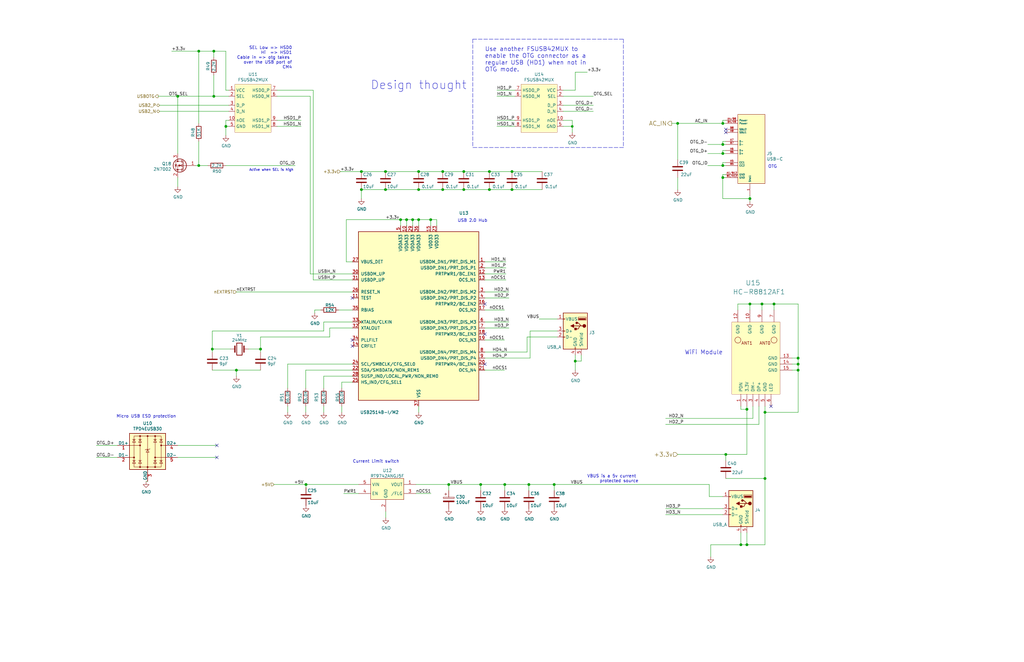
<source format=kicad_sch>
(kicad_sch (version 20211123) (generator eeschema)
  (paper "B")
  (title_block (title "ConnectBox CM4 for China Case") (date "2022-02-17") (rev "1.8.1") (comment 1 "JRA"))
  (lib_symbols
    (symbol "CM4IO:TPD4EUSB30" (pin_names (offset 0))
      (property "Reference" "U" (at -0.635 8.89 0))
      (property "Value" "TPD4EUSB30" (at 8.89 -10.16 0))
      (symbol "TPD4EUSB30_1_1"
        (pin passive line (at -12.7 2.54 0) (length 5.08) (name "D1+") (number "1"))
        (pin passive line (at -12.7 2.54 0) (length 5.08) hide (name "~") (number "10"))
        (pin passive line (at -12.7 -2.54 0) (length 5.08) (name "D1-") (number "2"))
        (pin power_in line (at 0 -12.7 90) (length 5.08) (name "GND") (number "3"))
        (pin passive line (at 12.7 2.54 180) (length 5.08) (name "D2+") (number "4"))
        (pin passive line (at 12.7 -2.54 180) (length 5.08) (name "D2-") (number "5"))
        (pin passive line (at 12.7 -2.54 180) (length 5.08) hide (name "~") (number "6"))
        (pin passive line (at 12.7 2.54 180) (length 5.08) hide (name "~") (number "7"))
        (pin passive line (at 0 -12.7 90) (length 5.08) hide (name "GND") (number "8"))
        (pin passive line (at -12.7 -2.54 0) (length 5.08) hide (name "~") (number "9"))
      )
    )
    (symbol "Connector:USB_A" (pin_names (offset 1.016))
      (property "Reference" "J" (at -5.08 11.43 0))
      (property "Value" "USB_A" (at -5.08 8.89 0))
      (symbol "USB_A_1_1"
        (pin power_in line (at 7.62 5.08 180) (length 2.54) (name "VBUS") (number "1"))
        (pin bidirectional line (at 7.62 -2.54 180) (length 2.54) (name "D-") (number "2"))
        (pin bidirectional line (at 7.62 0 180) (length 2.54) (name "D+") (number "3"))
        (pin power_in line (at 0 -10.16 90) (length 2.54) (name "GND") (number "4"))
        (pin passive line (at -2.54 -10.16 90) (length 2.54) (name "Shield") (number "5"))
      )
    )
    (symbol "Custom_1:FSUSB42MX"
      (property "Reference" "U13" (at 1.27 23.241 0))
      (property "Value" "FSUSB42MX" (at 1.27 20.9296 0))
      (symbol "FSUSB42MX_0_0"
        (pin power_in line (at 8.89 16.51 180) (length 2.54) (name "VCC") (number "1"))
        (pin input line (at 8.89 3.81 180) (length 2.54) (name "nOE") (number "10"))
        (pin input line (at 8.89 13.97 180) (length 2.54) (name "SEL") (number "2"))
        (pin bidirectional line (at 8.89 10.16 180) (length 2.54) (name "D_P") (number "3"))
        (pin bidirectional line (at 8.89 7.62 180) (length 2.54) (name "D_N") (number "4"))
        (pin power_in line (at 8.89 1.27 180) (length 2.54) (name "GND") (number "5"))
        (pin bidirectional line (at -11.43 13.97 0) (length 2.54) (name "HSD0_M") (number "6"))
        (pin bidirectional line (at -11.43 16.51 0) (length 2.54) (name "HSD0_P") (number "7"))
        (pin bidirectional line (at -11.43 1.27 0) (length 2.54) (name "HSD1_M") (number "8"))
        (pin bidirectional line (at -11.43 3.81 0) (length 2.54) (name "HSD1_P") (number "9"))
      )
    )
    (symbol "Custom_1:HC-R8812AU2" (pin_names (offset 1.016))
      (property "Reference" "U" (at -26.67 19.05 0))
      (property "Value" "HC-R8812AU2" (at -33.02 12.7 0))
      (symbol "HC-R8812AU2_0_0"
        (text "ANT0" (at -3.81 21.59 0) (effects (font (size 1.27 1.27))))
        (text "ANT1" (at -11.43 21.59 0) (effects (font (size 1.27 1.27))))
      )
      (symbol "HC-R8812AU2_1_1"
        (pin input line (at -13.97 -5.08 90) (length 5.08) (name "PDN") (number "1"))
        (pin input line (at -10.16 35.56 270) (length 5.08) (name "GND") (number "10"))
        (pin input line (at -15.24 35.56 270) (length 5.08) (name "GND") (number "12"))
        (pin input line (at 7.62 15.24 180) (length 5.08) (name "GND") (number "13"))
        (pin input line (at 7.62 12.7 180) (length 5.08) (name "GND") (number "14"))
        (pin input line (at 7.62 10.16 180) (length 5.08) (name "GND") (number "15"))
        (pin input line (at -11.43 -5.08 90) (length 5.08) (name "3.3V") (number "2"))
        (pin input line (at -8.89 -5.08 90) (length 5.08) (name "DM-") (number "3"))
        (pin input line (at -6.35 -5.08 90) (length 5.08) (name "DP+") (number "4"))
        (pin input line (at -3.81 -5.08 90) (length 5.08) (name "GND") (number "5"))
        (pin input line (at -1.27 -5.08 90) (length 5.08) (name "LED") (number "6"))
        (pin input line (at 0 35.56 270) (length 5.08) (name "GND") (number "7"))
        (pin input line (at -5.08 35.56 270) (length 5.08) (name "GND") (number "9"))
      )
    )
    (symbol "Custom_1:T9742ANGJ5F"
      (property "Reference" "U" (at -2.54 13.97 0))
      (property "Value" "T9742ANGJ5F" (at 2.54 11.43 0))
      (symbol "T9742ANGJ5F_1_1"
        (pin power_out line (at 11.43 6.35 180) (length 5.08) (name "VOUT") (number "1"))
        (pin input line (at -1.27 -5.08 90) (length 5.08) (name "GND") (number "2"))
        (pin input line (at 11.43 2.54 180) (length 5.08) (name "/FLG") (number "3"))
        (pin input line (at -12.7 2.54 0) (length 5.08) (name "EN") (number "4"))
        (pin input line (at -12.7 6.35 0) (length 5.08) (name "VIN") (number "5"))
      )
    )
    (symbol "Custom_1:USB-C"
      (property "Reference" "P" (at -2.54 17.78 0))
      (property "Value" "USB-C" (at -10.16 -7.62 0))
      (symbol "USB-C_1_1"
        (pin input line (at 1.27 -17.78 90) (length 5.08) (name "Shell") (number "1"))
        (pin input line (at 11.43 -8.89 180) (length 5.08) (name "GND") (number "A1/B12"))
        (pin input line (at 11.43 13.97 180) (length 5.08) (name "Power") (number "A4/B9"))
        (pin input line (at 11.43 -3.81 180) (length 5.08) (name "CC1") (number "A5"))
        (pin input line (at 11.43 1.27 180) (length 5.08) (name "D+") (number "A6"))
        (pin input line (at 11.43 5.08 180) (length 5.08) (name "D-") (number "A7"))
        (pin input line (at 11.43 8.89 180) (length 5.08) (name "SBU1") (number "A8"))
        (pin input line (at 11.43 -10.16 180) (length 5.08) (name "GND") (number "B1/A12"))
        (pin input line (at 11.43 12.7 180) (length 5.08) (name "Power") (number "B4/A9"))
        (pin input line (at 11.43 -5.08 180) (length 5.08) (name "CC2") (number "B5"))
        (pin input line (at 11.43 0 180) (length 5.08) (name "D+") (number "B6"))
        (pin input line (at 11.43 3.81 180) (length 5.08) (name "D-") (number "B7"))
        (pin input line (at 11.43 10.16 180) (length 5.08) (name "SBU2") (number "B8"))
      )
    )
    (symbol "Device:C" (pin_numbers hide) (pin_names (offset 0.254))
      (property "Reference" "C" (at 0.635 2.54 0))
      (property "Value" "C" (at 0.635 -2.54 0))
      (symbol "C_1_1"
        (pin passive line (at 0 3.81 270) (length 2.794) (name "~") (number "1"))
        (pin passive line (at 0 -3.81 90) (length 2.794) (name "~") (number "2"))
      )
    )
    (symbol "Device:CP" (pin_numbers hide) (pin_names (offset 0.254))
      (property "Reference" "C" (at 0.635 2.54 0))
      (property "Value" "CP" (at 0.635 -2.54 0))
      (symbol "CP_1_1"
        (pin passive line (at 0 3.81 270) (length 2.794) (name "~") (number "1"))
        (pin passive line (at 0 -3.81 90) (length 2.794) (name "~") (number "2"))
      )
    )
    (symbol "Device:Crystal" (pin_numbers hide) (pin_names (offset 1.016) hide)
      (property "Reference" "Y" (at 0 3.81 0))
      (property "Value" "Crystal" (at 0 -3.81 0))
      (symbol "Crystal_1_1"
        (pin passive line (at -3.81 0 0) (length 1.27) (name "1") (number "1"))
        (pin passive line (at 3.81 0 180) (length 1.27) (name "2") (number "2"))
      )
    )
    (symbol "Device:Q_NMOS_GSD" (pin_names (offset 0) hide)
      (property "Reference" "Q" (at 5.08 1.27 0))
      (property "Value" "Q_NMOS_GSD" (at 5.08 -1.27 0))
      (symbol "Q_NMOS_GSD_1_1"
        (pin input line (at -5.08 0 0) (length 2.54) (name "G") (number "1"))
        (pin passive line (at 2.54 -5.08 90) (length 2.54) (name "S") (number "2"))
        (pin passive line (at 2.54 5.08 270) (length 2.54) (name "D") (number "3"))
      )
    )
    (symbol "Device:R" (pin_numbers hide) (pin_names (offset 0))
      (property "Reference" "R" (at 2.032 0 90))
      (property "Value" "R" (at 0 0 90))
      (symbol "R_1_1"
        (pin passive line (at 0 3.81 270) (length 1.27) (name "~") (number "1"))
        (pin passive line (at 0 -3.81 90) (length 1.27) (name "~") (number "2"))
      )
    )
    (symbol "Interface_USB:USB2514B_Bi" (pin_names (offset 1.016))
      (property "Reference" "U" (at -17.78 40.64 0))
      (property "Value" "USB2514B_Bi" (at -20.32 38.1 0))
      (symbol "USB2514B_Bi_1_1"
        (pin bidirectional line (at 27.94 22.86 180) (length 2.54) (name "USBDM_DN1/PRT_DIS_M1") (number "1"))
        (pin power_in line (at -5.08 38.1 270) (length 2.54) (name "VDDA33") (number "10"))
        (pin input line (at -27.94 7.62 0) (length 2.54) (name "TEST") (number "11"))
        (pin bidirectional line (at 27.94 17.78 180) (length 2.54) (name "PRTPWR1/BC_EN1") (number "12"))
        (pin input line (at 27.94 15.24 180) (length 2.54) (name "OCS_N1") (number "13"))
        (pin input line (at -27.94 -12.7 0) (length 2.54) (name "CRFILT") (number "14"))
        (pin power_in line (at 5.08 38.1 270) (length 2.54) (name "VDD33") (number "15"))
        (pin bidirectional line (at 27.94 5.08 180) (length 2.54) (name "PRTPWR2/BC_EN2") (number "16"))
        (pin input line (at 27.94 2.54 180) (length 2.54) (name "OCS_N2") (number "17"))
        (pin bidirectional line (at 27.94 -7.62 180) (length 2.54) (name "PRTPWR3/BC_EN3") (number "18"))
        (pin input line (at 27.94 -10.16 180) (length 2.54) (name "OCS_N3") (number "19"))
        (pin bidirectional line (at 27.94 20.32 180) (length 2.54) (name "USBDP_DN1/PRT_DIS_P1") (number "2"))
        (pin bidirectional line (at 27.94 -20.32 180) (length 2.54) (name "PRTPWR4/BC_EN4") (number "20"))
        (pin input line (at 27.94 -22.86 180) (length 2.54) (name "OCS_N4") (number "21"))
        (pin bidirectional line (at -27.94 -22.86 0) (length 2.54) (name "SDA/SMBDATA/NON_REM1") (number "22"))
        (pin power_in line (at 7.62 38.1 270) (length 2.54) (name "VDD33") (number "23"))
        (pin bidirectional line (at -27.94 -20.32 0) (length 2.54) (name "SCL/SMBCLK/CFG_SEL0") (number "24"))
        (pin bidirectional line (at -27.94 -27.94 0) (length 2.54) (name "HS_IND/CFG_SEL1") (number "25"))
        (pin input line (at -27.94 10.16 0) (length 2.54) (name "RESET_N") (number "26"))
        (pin input line (at -27.94 22.86 0) (length 2.54) (name "VBUS_DET") (number "27"))
        (pin bidirectional line (at -27.94 -25.4 0) (length 2.54) (name "SUSP_IND/LOCAL_PWR/NON_REM0") (number "28"))
        (pin power_in line (at -2.54 38.1 270) (length 2.54) (name "VDDA33") (number "29"))
        (pin bidirectional line (at 27.94 10.16 180) (length 2.54) (name "USBDM_DN2/PRT_DIS_M2") (number "3"))
        (pin bidirectional line (at -27.94 17.78 0) (length 2.54) (name "USBDM_UP") (number "30"))
        (pin bidirectional line (at -27.94 15.24 0) (length 2.54) (name "USBDP_UP") (number "31"))
        (pin output line (at -27.94 -5.08 0) (length 2.54) (name "XTALOUT") (number "32"))
        (pin input clock (at -27.94 -2.54 0) (length 2.54) (name "XTALIN/CLKIN") (number "33"))
        (pin input line (at -27.94 -10.16 0) (length 2.54) (name "PLLFILT") (number "34"))
        (pin input line (at -27.94 2.54 0) (length 2.54) (name "RBIAS") (number "35"))
        (pin power_in line (at 0 38.1 270) (length 2.54) (name "VDDA33") (number "36"))
        (pin power_in line (at 0 -38.1 90) (length 2.54) (name "VSS") (number "37"))
        (pin bidirectional line (at 27.94 7.62 180) (length 2.54) (name "USBDP_DN2/PRT_DIS_P2") (number "4"))
        (pin power_in line (at -7.62 38.1 270) (length 2.54) (name "VDDA33") (number "5"))
        (pin bidirectional line (at 27.94 -2.54 180) (length 2.54) (name "USBDM_DN3/PRT_DIS_M3") (number "6"))
        (pin bidirectional line (at 27.94 -5.08 180) (length 2.54) (name "USBDP_DN3/PRT_DIS_P3") (number "7"))
        (pin bidirectional line (at 27.94 -15.24 180) (length 2.54) (name "USBDM_DN4/PRT_DIS_M4") (number "8"))
        (pin bidirectional line (at 27.94 -17.78 180) (length 2.54) (name "USBDP_DN4/PRT_DIS_P4") (number "9"))
      )
    )
    (symbol "power:GND" (power) (pin_names (offset 0))
      (property "Value" "GND" (at 0 -3.81 0))
      (symbol "GND_1_1"
        (pin power_in line (at 0 0 270) (length 0) hide (name "GND") (number "1"))
      )
    )
  )
  (junction (at 90.17 40.64) (diameter 1.016))
  (junction (at 241.3 53.34))
  (junction (at 168.91 92.71) (diameter 1.016))
  (junction (at 186.69 72.39) (diameter 1.016))
  (junction (at 304.8 64.77) (diameter 1.016))
  (junction (at 176.53 92.71) (diameter 1.016))
  (junction (at 90.17 21.59) (diameter 1.016))
  (junction (at 173.99 92.71) (diameter 1.016))
  (junction (at 181.61 92.71) (diameter 1.016))
  (junction (at 321.31 128.27) (diameter 1.016))
  (junction (at 233.68 204.47) (diameter 1.016))
  (junction (at 304.8 69.85) (diameter 1.016))
  (junction (at 99.695 156.21) (diameter 1.016))
  (junction (at 304.8 74.93) (diameter 1.016))
  (junction (at 202.692 204.47) (diameter 1.016))
  (junction (at 83.82 21.59) (diameter 1.016))
  (junction (at 314.96 229.87) (diameter 1.016))
  (junction (at 171.45 92.71) (diameter 1.016))
  (junction (at 322.58 201.93) (diameter 1.016))
  (junction (at 206.375 72.39) (diameter 1.016))
  (junction (at 223.012 204.47) (diameter 1.016))
  (junction (at 316.23 128.27) (diameter 1.016))
  (junction (at 336.55 156.21) (diameter 1.016))
  (junction (at 326.39 128.27) (diameter 1.016))
  (junction (at 336.55 151.13) (diameter 1.016))
  (junction (at 162.56 80.01) (diameter 1.016))
  (junction (at 322.58 173.99) (diameter 1.016))
  (junction (at 304.8 60.96) (diameter 1.016))
  (junction (at 195.58 80.01) (diameter 1.016))
  (junction (at 189.23 204.47) (diameter 1.016))
  (junction (at 215.9 72.39) (diameter 1.016))
  (junction (at 314.96 172.72) (diameter 1.016))
  (junction (at 152.4 80.01) (diameter 1.016))
  (junction (at 242.57 152.4) (diameter 1.016))
  (junction (at 74.93 40.64) (diameter 1.016))
  (junction (at 206.375 80.01) (diameter 1.016))
  (junction (at 162.56 72.39) (diameter 1.016))
  (junction (at 285.75 52.07) (diameter 1.016))
  (junction (at 186.69 80.01) (diameter 1.016))
  (junction (at 212.852 204.47) (diameter 1.016))
  (junction (at 195.58 72.39) (diameter 1.016))
  (junction (at 215.9 80.01) (diameter 1.016))
  (junction (at 312.42 229.87) (diameter 1.016))
  (junction (at 109.855 147.32) (diameter 1.016))
  (junction (at 95.25 53.34) (diameter 1.016))
  (junction (at 176.53 80.01) (diameter 1.016))
  (junction (at 129.032 204.47) (diameter 1.016))
  (junction (at 304.8 52.07) (diameter 1.016))
  (junction (at 316.23 83.82) (diameter 1.016))
  (junction (at 306.07 191.77) (diameter 1.016))
  (junction (at 152.4 72.39) (diameter 1.016))
  (junction (at 336.55 153.67) (diameter 1.016))
  (junction (at 83.82 69.85) (diameter 1.016))
  (junction (at 176.53 72.39) (diameter 1.016))
  (junction (at 89.535 147.32) (diameter 1.016))
  (no_connect (at 325.12 171.45))
  (no_connect (at 306.07 55.88))
  (no_connect (at 91.44 187.96))
  (no_connect (at 91.44 193.04))
  (no_connect (at 148.59 143.51))
  (no_connect (at 148.59 125.73))
  (no_connect (at 306.07 54.61))
  (no_connect (at 204.47 128.27))
  (no_connect (at 204.47 140.97))
  (no_connect (at 204.47 153.67))
  (no_connect (at 148.59 146.05))
  (wire (pts (xy 298.45 64.77) (xy 304.8 64.77)))
  (wire (pts (xy 144.145 171.45) (xy 144.145 173.99)))
  (wire (pts (xy 89.535 139.7) (xy 89.535 147.32)))
  (wire (pts (xy 144.145 161.29) (xy 148.59 161.29)))
  (wire (pts (xy 280.67 179.07) (xy 320.04 179.07)))
  (wire (pts (xy 320.04 171.45) (xy 320.04 179.07)))
  (polyline (pts (xy 262.89 62.23) (xy 199.39 62.23)))
  (wire (pts (xy 306.07 52.07) (xy 304.8 52.07)))
  (wire (pts (xy 223.012 204.47) (xy 223.012 207.01)))
  (wire (pts (xy 128.905 171.45) (xy 128.905 173.99)))
  (wire (pts (xy 299.085 209.55) (xy 299.085 204.47)))
  (wire (pts (xy 306.07 73.66) (xy 304.8 73.66)))
  (wire (pts (xy 242.57 149.86) (xy 242.57 152.4)))
  (wire (pts (xy 242.57 152.4) (xy 242.57 156.21)))
  (wire (pts (xy 306.07 191.77) (xy 314.96 191.77)))
  (wire (pts (xy 136.525 158.75) (xy 148.59 158.75)))
  (wire (pts (xy 204.47 143.51) (xy 212.725 143.51)))
  (wire (pts (xy 202.692 204.47) (xy 212.852 204.47)))
  (wire (pts (xy 204.47 138.43) (xy 214.63 138.43)))
  (wire (pts (xy 312.42 229.87) (xy 314.96 229.87)))
  (wire (pts (xy 314.96 229.87) (xy 322.58 229.87)))
  (wire (pts (xy 336.55 153.67) (xy 336.55 151.13)))
  (wire (pts (xy 128.905 163.83) (xy 128.905 156.21)))
  (wire (pts (xy 242.57 38.1) (xy 242.57 30.48)))
  (wire (pts (xy 326.39 130.81) (xy 326.39 128.27)))
  (wire (pts (xy 128.905 156.21) (xy 148.59 156.21)))
  (wire (pts (xy 209.55 40.64) (xy 217.17 40.64)))
  (wire (pts (xy 321.31 128.27) (xy 321.31 130.81)))
  (wire (pts (xy 204.47 125.73) (xy 214.63 125.73)))
  (wire (pts (xy 314.96 172.72) (xy 314.96 191.77)))
  (wire (pts (xy 326.39 128.27) (xy 321.31 128.27)))
  (wire (pts (xy 222.25 142.24) (xy 234.95 142.24)))
  (wire (pts (xy 222.25 148.59) (xy 222.25 142.24)))
  (wire (pts (xy 168.91 92.71) (xy 171.45 92.71)))
  (wire (pts (xy 171.45 92.71) (xy 173.99 92.71)))
  (wire (pts (xy 173.99 92.71) (xy 176.53 92.71)))
  (wire (pts (xy 176.53 92.71) (xy 181.61 92.71)))
  (wire (pts (xy 181.61 92.71) (xy 184.15 92.71)))
  (wire (pts (xy 184.15 92.71) (xy 184.15 95.25)))
  (wire (pts (xy 62.23 203.2) (xy 61.595 203.2)))
  (wire (pts (xy 40.64 187.96) (xy 49.53 187.96)))
  (wire (pts (xy 129.032 204.47) (xy 151.257 204.47)))
  (wire (pts (xy 136.525 171.45) (xy 136.525 173.99)))
  (wire (pts (xy 121.285 153.67) (xy 148.59 153.67)))
  (wire (pts (xy 104.775 147.32) (xy 109.855 147.32)))
  (wire (pts (xy 237.49 44.45) (xy 250.19 44.45)))
  (wire (pts (xy 67.31 46.99) (xy 96.52 46.99)))
  (wire (pts (xy 298.45 69.85) (xy 304.8 69.85)))
  (wire (pts (xy 139.065 142.24) (xy 109.855 142.24)))
  (wire (pts (xy 204.47 118.11) (xy 213.36 118.11)))
  (wire (pts (xy 116.84 53.34) (xy 127 53.34)))
  (wire (pts (xy 280.67 217.17) (xy 304.8 217.17)))
  (wire (pts (xy 304.8 68.58) (xy 304.8 69.85)))
  (wire (pts (xy 298.45 60.96) (xy 304.8 60.96)))
  (wire (pts (xy 171.45 92.71) (xy 171.45 95.25)))
  (wire (pts (xy 306.07 74.93) (xy 304.8 74.93)))
  (wire (pts (xy 285.75 52.07) (xy 285.75 67.31)))
  (wire (pts (xy 209.55 50.8) (xy 217.17 50.8)))
  (wire (pts (xy 175.387 204.47) (xy 189.23 204.47)))
  (wire (pts (xy 99.695 123.19) (xy 148.59 123.19)))
  (wire (pts (xy 237.49 40.64) (xy 250.19 40.64)))
  (wire (pts (xy 223.52 139.7) (xy 223.52 151.13)))
  (wire (pts (xy 234.95 139.7) (xy 223.52 139.7)))
  (wire (pts (xy 144.145 163.83) (xy 144.145 161.29)))
  (wire (pts (xy 336.55 173.99) (xy 336.55 156.21)))
  (wire (pts (xy 162.687 215.9) (xy 162.687 218.44)))
  (wire (pts (xy 304.8 63.5) (xy 306.07 63.5)))
  (polyline (pts (xy 199.39 16.51) (xy 262.89 16.51)))
  (wire (pts (xy 90.17 21.59) (xy 90.17 24.13)))
  (wire (pts (xy 204.47 148.59) (xy 222.25 148.59)))
  (wire (pts (xy 148.59 138.43) (xy 139.065 138.43)))
  (wire (pts (xy 67.31 44.45) (xy 96.52 44.45)))
  (wire (pts (xy 82.55 69.85) (xy 83.82 69.85)))
  (wire (pts (xy 83.82 69.85) (xy 83.82 59.69)))
  (wire (pts (xy 89.535 148.59) (xy 89.535 147.32)))
  (wire (pts (xy 314.96 224.79) (xy 314.96 229.87)))
  (wire (pts (xy 283.21 52.07) (xy 285.75 52.07)))
  (wire (pts (xy 285.75 52.07) (xy 304.8 52.07)))
  (wire (pts (xy 148.59 110.49) (xy 146.05 110.49)))
  (wire (pts (xy 212.852 204.47) (xy 223.012 204.47)))
  (wire (pts (xy 144.907 208.28) (xy 151.257 208.28)))
  (wire (pts (xy 209.55 53.34) (xy 217.17 53.34)))
  (wire (pts (xy 90.17 31.75) (xy 90.17 40.64)))
  (wire (pts (xy 116.84 38.1) (xy 132.08 38.1)))
  (wire (pts (xy 241.3 53.34) (xy 241.3 55.88)))
  (wire (pts (xy 129.032 205.74) (xy 129.032 204.47)))
  (wire (pts (xy 306.07 191.77) (xy 306.07 194.31)))
  (wire (pts (xy 136.525 139.7) (xy 89.535 139.7)))
  (wire (pts (xy 322.58 173.99) (xy 322.58 201.93)))
  (wire (pts (xy 237.49 50.8) (xy 241.3 50.8)))
  (wire (pts (xy 304.8 52.07) (xy 304.8 50.8)))
  (wire (pts (xy 316.23 83.82) (xy 316.23 85.09)))
  (wire (pts (xy 130.81 40.64) (xy 130.81 115.57)))
  (wire (pts (xy 146.05 110.49) (xy 146.05 92.71)))
  (wire (pts (xy 322.58 171.45) (xy 322.58 173.99)))
  (wire (pts (xy 285.75 74.93) (xy 285.75 80.01)))
  (wire (pts (xy 204.47 113.03) (xy 213.36 113.03)))
  (wire (pts (xy 181.61 92.71) (xy 181.61 95.25)))
  (wire (pts (xy 40.64 193.04) (xy 49.53 193.04)))
  (wire (pts (xy 304.8 83.82) (xy 316.23 83.82)))
  (wire (pts (xy 74.93 40.64) (xy 90.17 40.64)))
  (wire (pts (xy 90.17 40.64) (xy 96.52 40.64)))
  (wire (pts (xy 312.42 172.72) (xy 314.96 172.72)))
  (wire (pts (xy 136.525 163.83) (xy 136.525 158.75)))
  (wire (pts (xy 204.47 115.57) (xy 213.36 115.57)))
  (wire (pts (xy 212.852 204.47) (xy 212.852 207.01)))
  (wire (pts (xy 95.25 21.59) (xy 95.25 38.1)))
  (wire (pts (xy 96.52 38.1) (xy 95.25 38.1)))
  (wire (pts (xy 121.285 171.45) (xy 121.285 173.99)))
  (wire (pts (xy 280.67 176.53) (xy 317.5 176.53)))
  (wire (pts (xy 317.5 171.45) (xy 317.5 176.53)))
  (wire (pts (xy 99.695 156.21) (xy 109.855 156.21)))
  (wire (pts (xy 280.67 214.63) (xy 304.8 214.63)))
  (wire (pts (xy 285.75 191.77) (xy 306.07 191.77)))
  (wire (pts (xy 175.387 208.28) (xy 181.737 208.28)))
  (wire (pts (xy 116.84 50.8) (xy 127 50.8)))
  (wire (pts (xy 72.39 21.59) (xy 83.82 21.59)))
  (wire (pts (xy 83.82 21.59) (xy 90.17 21.59)))
  (wire (pts (xy 90.17 21.59) (xy 95.25 21.59)))
  (wire (pts (xy 209.55 38.1) (xy 217.17 38.1)))
  (wire (pts (xy 306.07 59.69) (xy 304.8 59.69)))
  (wire (pts (xy 74.93 187.96) (xy 91.44 187.96)))
  (wire (pts (xy 83.82 21.59) (xy 83.82 52.07)))
  (wire (pts (xy 304.8 60.96) (xy 304.8 59.69)))
  (wire (pts (xy 233.68 204.47) (xy 299.085 204.47)))
  (wire (pts (xy 299.085 209.55) (xy 304.8 209.55)))
  (wire (pts (xy 176.53 171.45) (xy 176.53 173.99)))
  (wire (pts (xy 322.58 201.93) (xy 306.07 201.93)))
  (wire (pts (xy 334.01 153.67) (xy 336.55 153.67)))
  (wire (pts (xy 336.55 156.21) (xy 336.55 153.67)))
  (wire (pts (xy 304.8 74.93) (xy 304.8 73.66)))
  (wire (pts (xy 312.42 224.79) (xy 312.42 229.87)))
  (wire (pts (xy 204.47 123.19) (xy 214.63 123.19)))
  (wire (pts (xy 321.31 128.27) (xy 316.23 128.27)))
  (wire (pts (xy 89.535 156.21) (xy 99.695 156.21)))
  (wire (pts (xy 95.25 69.85) (xy 124.46 69.85)))
  (polyline (pts (xy 262.89 16.51) (xy 262.89 62.23)))
  (wire (pts (xy 189.23 204.47) (xy 202.692 204.47)))
  (wire (pts (xy 143.51 72.39) (xy 152.4 72.39)))
  (wire (pts (xy 152.4 72.39) (xy 162.56 72.39)))
  (wire (pts (xy 148.59 115.57) (xy 130.81 115.57)))
  (wire (pts (xy 306.07 60.96) (xy 304.8 60.96)))
  (wire (pts (xy 316.23 82.55) (xy 316.23 83.82)))
  (wire (pts (xy 136.525 135.89) (xy 136.525 139.7)))
  (wire (pts (xy 242.57 152.4) (xy 245.11 152.4)))
  (wire (pts (xy 245.11 149.86) (xy 245.11 152.4)))
  (wire (pts (xy 176.53 92.71) (xy 176.53 95.25)))
  (wire (pts (xy 74.93 193.04) (xy 91.44 193.04)))
  (wire (pts (xy 227.33 134.62) (xy 234.95 134.62)))
  (wire (pts (xy 304.8 74.93) (xy 304.8 83.82)))
  (wire (pts (xy 306.07 50.8) (xy 304.8 50.8)) (stroke (width 0.1524)))
  (wire (pts (xy 132.715 130.81) (xy 132.715 132.08)))
  (wire (pts (xy 237.49 53.34) (xy 241.3 53.34)))
  (wire (pts (xy 306.07 64.77) (xy 304.8 64.77)))
  (wire (pts (xy 74.93 40.64) (xy 74.93 64.77)))
  (wire (pts (xy 204.47 110.49) (xy 213.36 110.49)))
  (wire (pts (xy 237.49 38.1) (xy 242.57 38.1)))
  (wire (pts (xy 311.15 128.27) (xy 311.15 130.81)))
  (wire (pts (xy 132.08 118.11) (xy 148.59 118.11)))
  (wire (pts (xy 314.96 171.45) (xy 314.96 172.72)))
  (wire (pts (xy 304.8 64.77) (xy 304.8 63.5)))
  (wire (pts (xy 316.23 128.27) (xy 311.15 128.27)))
  (wire (pts (xy 135.255 130.81) (xy 132.715 130.81)))
  (wire (pts (xy 162.56 72.39) (xy 176.53 72.39)))
  (wire (pts (xy 176.53 72.39) (xy 186.69 72.39)))
  (wire (pts (xy 186.69 72.39) (xy 195.58 72.39)))
  (wire (pts (xy 195.58 72.39) (xy 206.375 72.39)))
  (wire (pts (xy 206.375 72.39) (xy 215.9 72.39)))
  (wire (pts (xy 215.9 72.39) (xy 228.6 72.39)))
  (wire (pts (xy 204.47 156.21) (xy 212.725 156.21)))
  (wire (pts (xy 336.55 151.13) (xy 334.01 151.13)))
  (wire (pts (xy 142.875 130.81) (xy 148.59 130.81)))
  (wire (pts (xy 132.08 38.1) (xy 132.08 118.11)))
  (wire (pts (xy 316.23 128.27) (xy 316.23 130.81)))
  (wire (pts (xy 322.58 173.99) (xy 336.55 173.99)))
  (wire (pts (xy 189.23 204.47) (xy 189.23 207.01)))
  (wire (pts (xy 116.84 40.64) (xy 130.81 40.64)))
  (wire (pts (xy 299.72 229.87) (xy 299.72 234.95)))
  (wire (pts (xy 312.42 229.87) (xy 299.72 229.87)))
  (wire (pts (xy 242.57 30.48) (xy 247.65 30.48)))
  (polyline (pts (xy 199.39 16.51) (xy 199.39 62.23)))
  (wire (pts (xy 304.8 68.58) (xy 306.07 68.58)))
  (wire (pts (xy 233.68 207.01) (xy 233.68 204.47)))
  (wire (pts (xy 115.57 204.47) (xy 129.032 204.47)))
  (wire (pts (xy 304.8 69.85) (xy 306.07 69.85)))
  (wire (pts (xy 223.012 204.47) (xy 233.68 204.47)))
  (wire (pts (xy 121.285 163.83) (xy 121.285 153.67)))
  (wire (pts (xy 139.065 138.43) (xy 139.065 142.24)))
  (wire (pts (xy 109.855 147.32) (xy 109.855 148.59)))
  (wire (pts (xy 204.47 130.81) (xy 212.725 130.81)))
  (wire (pts (xy 74.93 74.93) (xy 74.93 78.74)))
  (wire (pts (xy 136.525 135.89) (xy 148.59 135.89)))
  (wire (pts (xy 326.39 128.27) (xy 336.55 128.27)))
  (wire (pts (xy 146.05 92.71) (xy 168.91 92.71)))
  (wire (pts (xy 312.42 171.45) (xy 312.42 172.72)))
  (wire (pts (xy 99.695 156.21) (xy 99.695 158.75)))
  (wire (pts (xy 83.82 69.85) (xy 87.63 69.85)))
  (wire (pts (xy 241.3 50.8) (xy 241.3 53.34)))
  (wire (pts (xy 152.4 83.82) (xy 152.4 80.01)))
  (wire (pts (xy 336.55 128.27) (xy 336.55 151.13)))
  (wire (pts (xy 202.692 207.01) (xy 202.692 204.47)))
  (wire (pts (xy 334.01 156.21) (xy 336.55 156.21)))
  (wire (pts (xy 152.4 80.01) (xy 162.56 80.01)))
  (wire (pts (xy 162.56 80.01) (xy 176.53 80.01)))
  (wire (pts (xy 176.53 80.01) (xy 186.69 80.01)))
  (wire (pts (xy 186.69 80.01) (xy 195.58 80.01)))
  (wire (pts (xy 195.58 80.01) (xy 206.375 80.01)))
  (wire (pts (xy 206.375 80.01) (xy 215.9 80.01)))
  (wire (pts (xy 215.9 80.01) (xy 228.6 80.01)))
  (wire (pts (xy 322.58 201.93) (xy 322.58 229.87)))
  (wire (pts (xy 204.47 151.13) (xy 223.52 151.13)))
  (wire (pts (xy 237.49 46.99) (xy 250.19 46.99)))
  (wire (pts (xy 173.99 92.71) (xy 173.99 95.25)))
  (wire (pts (xy 95.25 50.8) (xy 95.25 53.34)))
  (wire (pts (xy 96.52 50.8) (xy 95.25 50.8)))
  (wire (pts (xy 89.535 147.32) (xy 97.155 147.32)))
  (wire (pts (xy 109.855 142.24) (xy 109.855 147.32)))
  (wire (pts (xy 95.25 53.34) (xy 95.25 57.15)))
  (wire (pts (xy 66.675 40.64) (xy 74.93 40.64)))
  (wire (pts (xy 95.25 53.34) (xy 96.52 53.34)))
  (wire (pts (xy 168.91 92.71) (xy 168.91 95.25)))
  (wire (pts (xy 204.47 135.89) (xy 214.63 135.89)))
  (text "Current Limit switch" (at 168.402 195.58 180) (effects (font (size 1.27 1.27)) (justify right bottom)))
  (text "Use another FSUSB42MUX to\nenable the OTG connector as a\nregular USB (HD1) when not in\nOTG mode." (at 204.47 30.48 0) (effects (font (size 1.778 1.778)) (justify left bottom)))
  (text "Active when SEL is high" (at 123.825 72.39 180) (effects (font (size 1.016 1.016)) (justify right bottom)))
  (text "SEL Low => HSD0\n    Hi  => HSD1\nCable in => otg takes \nover the USB port of\nCM4" (at 123.19 29.21 0) (effects (font (size 1.27 1.27)) (justify right bottom)))
  (text "Micro USB ESD protection" (at 74.295 176.53 180) (effects (font (size 1.27 1.27)) (justify right bottom)))
  (text "USB 2.0 Hub" (at 205.5368 93.9292 180) (effects (font (size 1.27 1.27)) (justify right bottom)))
  (text "OTG" (at 327.66 71.12 180) (effects (font (size 1.27 1.27)) (justify right bottom)))
  (text "Design thought" (at 156.21 38.1 0) (effects (font (size 3.556 3.556)) (justify left bottom)))
  (text "VBUS is a 5v current \nprotected source" (at 269.24 203.835 180) (effects (font (size 1.27 1.27)) (justify right bottom)))
  (text "WiFi Module" (at 304.8 149.86 180) (effects (font (size 1.778 1.778)) (justify right bottom)))
  (label "nOCS1" (at 212.725 143.51 180))
  (label "OTG_D-" (at 298.45 60.96 180))
  (label "nOCS1" (at 212.725 130.81 180))
  (label "HSD1_N" (at 127 53.34 180))
  (label "+3.3v" (at 162.56 92.71 0))
  (label "USBH_P" (at 133.985 118.11 0))
  (label "HD1_P" (at 213.36 113.03 180))
  (label "OTG_SEL" (at 250.19 40.64 0))
  (label "OTG_D+" (at 250.19 44.45 180))
  (label "HD1_N" (at 209.55 40.64 0))
  (label "OTG_ID" (at 124.46 69.85 180))
  (label "nOCS1" (at 207.645 156.21 0))
  (label "+3.3v" (at 143.51 72.39 0))
  (label "HSD1_N" (at 209.55 53.34 0))
  (label "HD2_P" (at 214.63 125.73 180))
  (label "+5V" (at 123.952 204.47 0))
  (label "OTG_D+" (at 40.64 187.96 0))
  (label "OTG_SEL" (at 71.12 40.64 0))
  (label "HD2_N" (at 214.63 123.19 180))
  (label "VBUS" (at 227.33 134.62 180))
  (label "nEXTRST" (at 99.695 123.19 0))
  (label "VBUS" (at 189.992 204.47 0))
  (label "+3.3v" (at 72.39 21.59 0))
  (label "HD4_P" (at 207.645 151.13 0))
  (label "USBH_N" (at 133.985 115.57 0))
  (label "HD2_N" (at 288.29 176.53 180))
  (label "HD1_N" (at 213.36 110.49 180))
  (label "nOCS1" (at 175.387 208.28 0))
  (label "OTG_D-" (at 250.19 46.99 180))
  (label "+3.3v" (at 247.65 30.48 0))
  (label "PWR1" (at 144.907 208.28 0))
  (label "OTG_D+" (at 298.45 64.77 180))
  (label "HD3_P" (at 287.02 214.63 180))
  (label "HSD1_P" (at 209.55 50.8 0))
  (label "HD2_P" (at 288.29 179.07 180))
  (label "HD3_P" (at 214.63 138.43 180))
  (label "HD3_N" (at 287.02 217.17 180))
  (label "AC_IN" (at 298.45 52.07 180))
  (label "HD4_N" (at 207.645 148.59 0))
  (label "VBUS" (at 245.745 204.47 180))
  (label "PWR1" (at 213.36 115.57 180))
  (label "HD3_N" (at 214.63 135.89 180))
  (label "OTG_D-" (at 40.64 193.04 0))
  (label "OTG_ID" (at 298.45 69.85 180))
  (label "nOCS1" (at 213.36 118.11 180))
  (label "HSD1_P" (at 127 50.8 180))
  (label "HD1_P" (at 209.55 38.1 0))
  (hierarchical_label "USB2_N" (shape bidirectional) (at 67.31 46.99 180))
  (hierarchical_label "+5V" (shape input) (at 115.57 204.47 180))
  (hierarchical_label "+3.3v" (shape input) (at 143.51 72.39 180))
  (hierarchical_label "USBOTG" (shape output) (at 66.675 40.64 180))
  (hierarchical_label "AC_IN" (shape output) (at 283.21 52.07 180) (effects (font (size 1.778 1.778))))
  (hierarchical_label "+3.3v" (shape input) (at 285.75 191.77 180) (effects (font (size 1.778 1.778))))
  (hierarchical_label "nEXTRST" (shape input) (at 99.695 123.19 180))
  (hierarchical_label "USB2_P" (shape bidirectional) (at 67.31 44.45 180))
  (symbol (lib_id "Device:R") (at 91.44 69.85 90) (unit 1)
    (property "Reference" "R50" (at 91.44 72.263 90))
    (property "Value" "2.2K" (at 91.44 69.85 90))
    (property "Footprint" "Resistor_SMD:R_0603_1608Metric" (effects hide))
    (property "Manufacturer" "Yageo" (effects hide))
    (property "Manufacturer P/N" "RC0603FR-072K2L" (effects hide))
    (property "Description" "RES SMD 2.2K OHM 1% 1/8W 0603" (effects hide))
    (property "DigiKey P/N" "311-2K2HRCT-ND" (effects hide))
    (property "Type" "SMD" (effects hide))
  )
  (symbol (lib_id "Connector:USB_A") (at 242.57 139.7 0) (mirror y) (unit 1)
    (property "Reference" "J3" (at 248.4121 140.3361 0) (effects (justify right)))
    (property "Value" "USB_A" (at 230.6321 146.4448 0) (effects (justify right)))
    (property "Footprint" "CustomComponents:USB_A_CUI_smd" (effects hide))
    (property "Datasheet" " ~" (effects hide))
    (property "Manufacturer" "CUI Devices" (effects hide))
    (property "Manufacturer P/N" "UJ2-AH-1-SMT-TR" (effects hide))
    (property "Description" "USB-A  USB 2.0 Receptacle Surface Mount" (effects hide))
    (property "DigiKey P/N" "102-4133-1-ND" (effects hide))
    (property "Type" "SMD" (effects hide))
  )
  (symbol (lib_id "power:GND") (at 99.695 158.75 0) (unit 1)
    (property "Reference" "#PWR021" (effects hide))
    (property "Value" "GND" (at 99.822 163.1442 0))
  )
  (symbol (lib_id "Device:Q_NMOS_GSD") (at 77.47 69.85 0) (mirror y) (unit 1)
    (property "Reference" "Q18" (at 72.263 69.0891 0) (effects (justify left)))
    (property "Value" "2N7002" (at 72.263 71.3878 0) (effects (justify left)))
    (property "Footprint" "Package_TO_SOT_SMD:SOT-23" (effects hide))
    (property "Manufacturer" "Toshiba" (effects hide))
    (property "Manufacturer P/N" "T2N7002BK,LM" (effects hide))
    (property "Description" "N-Channel 400mA (Ta) 320mW (Ta) Surface Mount SOT-23-3" (effects hide))
    (property "DigiKey P/N" "T2N7002BKLMCT-ND" (effects hide))
  )
  (symbol (lib_id "Device:C") (at 89.535 152.4 0) (unit 1)
    (property "Reference" "C23" (at 92.456 151.2316 0) (effects (justify left)))
    (property "Value" "9pF" (at 92.456 153.543 0) (effects (justify left)))
    (property "Footprint" "Capacitor_SMD:C_0603_1608Metric" (effects hide))
    (property "Manufacturer" "Murata" (effects hide))
    (property "Description" "9pF 5% 50V Ceramic Capacitor C0G, NP0 0402 (1005 Metric)" (effects hide))
    (property "Type" "SMD" (effects hide))
  )
  (symbol (lib_id "power:GND") (at 202.692 214.63 0) (unit 1)
    (property "Reference" "#PWR032" (effects hide))
    (property "Value" "GND" (at 202.819 219.0242 0))
  )
  (symbol (lib_id "Device:R") (at 90.17 27.94 0) (unit 1)
    (property "Reference" "R49" (at 87.757 27.94 90))
    (property "Value" "2.2K" (at 90.17 27.94 90))
    (property "Footprint" "Resistor_SMD:R_0603_1608Metric" (effects hide))
    (property "Manufacturer" "Yageo" (effects hide))
    (property "Manufacturer P/N" "RC0603FR-072K2L" (effects hide))
    (property "Description" "RES SMD 2.2K OHM 1% 1/8W 0603" (effects hide))
    (property "DigiKey P/N" "311-2K2HRCT-ND" (effects hide))
    (property "Type" "SMD" (effects hide))
  )
  (symbol (lib_id "power:GND") (at 176.53 173.99 0) (unit 1)
    (property "Reference" "#PWR030" (effects hide))
    (property "Value" "GND" (at 176.657 178.3842 0))
  )
  (symbol (lib_id "power:GND") (at 242.57 156.21 0) (unit 1)
    (property "Reference" "#PWR037" (effects hide))
    (property "Value" "GND" (at 242.697 160.6042 0))
  )
  (symbol (lib_id "power:GND") (at 233.68 214.63 0) (unit 1)
    (property "Reference" "#PWR035" (effects hide))
    (property "Value" "GND" (at 233.807 219.0242 0))
  )
  (symbol (lib_id "Device:C") (at 109.855 152.4 0) (unit 1)
    (property "Reference" "C24" (at 112.776 151.2316 0) (effects (justify left)))
    (property "Value" "9pF" (at 112.776 153.543 0) (effects (justify left)))
    (property "Footprint" "Capacitor_SMD:C_0603_1608Metric" (effects hide))
    (property "Manufacturer" "Murata" (effects hide))
    (property "Description" "9pF 5% 50V Ceramic Capacitor C0G, NP0 0402 (1005 Metric)" (effects hide))
    (property "Type" "SMD" (effects hide))
  )
  (symbol (lib_id "Device:C") (at 162.56 76.2 0) (unit 1)
    (property "Reference" "C27" (at 163.195 73.66 0) (effects (justify left)))
    (property "Value" "10uF" (at 163.195 78.74 0) (effects (justify left)))
    (property "Footprint" "Capacitor_SMD:C_0603_1608Metric" (effects hide))
    (property "Manufacturer" "Samsung Electro-Mechanics" (effects hide))
    (property "Manufacturer P/N" "C0603C106M9PACTU" (effects hide))
    (property "Description" "CAP CER 10UF 6.3V X5R 0603" (effects hide))
    (property "DigiKey P/N" "399-5504-1-ND " (effects hide))
    (property "Type" "SMD" (effects hide))
  )
  (symbol (lib_id "power:GND") (at 74.93 78.74 0) (unit 1)
    (property "Reference" "#PWR019" (effects hide))
    (property "Value" "GND" (at 75.057 83.1342 0))
  )
  (symbol (lib_id "Device:C") (at 285.75 71.12 0) (unit 1)
    (property "Reference" "C39" (at 286.385 68.58 0) (effects (justify left)))
    (property "Value" "22uF" (at 287.02 73.66 0) (effects (justify left)))
    (property "Footprint" "Capacitor_SMD:C_0603_1608Metric" (effects hide))
    (property "Manufacturer" "Samsung" (effects hide))
    (property "Manufacturer P/N" "CL10A226MQ8NRNC" (effects hide))
    (property "Description" "CAP CER 22UF 6.3V X5R 0603" (effects hide))
    (property "DigiKey P/N" "1276-1193-1-ND" (effects hide))
    (property "Type" "SMD" (effects hide))
  )
  (symbol (lib_id "Custom_1:T9742ANGJ5F") (at 163.957 210.82 0) (unit 1)
    (property "Reference" "U12" (at 163.322 198.5476 0))
    (property "Value" "RT9742ANGJ5F" (at 163.322 200.8463 0))
    (property "Footprint" "Package_TO_SOT_SMD:SOT-23-5" (effects hide))
    (property "Manufacturer" "Richtek" (effects hide))
    (property "Manufacturer P/N" "RT9742ANGJ5F" (effects hide))
    (property "Description" "Power Switch/Driver 1:1 N-Channel 3A TSOT-23-5 " (effects hide))
    (property "DigiKey P/N" "1028-1427-1-ND" (effects hide))
    (property "Type" "SMD" (effects hide))
  )
  (symbol (lib_id "power:GND") (at 95.25 57.15 0) (unit 1)
    (property "Reference" "#PWR020" (effects hide))
    (property "Value" "GND" (at 95.377 61.5442 0))
  )
  (symbol (lib_id "Device:R") (at 139.065 130.81 90) (unit 1)
    (property "Reference" "R54" (at 139.065 128.778 90))
    (property "Value" "12K" (at 139.065 130.81 90))
    (property "Footprint" "Resistor_SMD:R_0603_1608Metric" (effects hide))
    (property "Manufacturer" "Yageo" (effects hide))
    (property "Manufacturer P/N" "RC0603FR-0712KL" (effects hide))
    (property "Description" "RES SMD 12K OHM 1% 1/8W 0603" (effects hide))
    (property "DigiKey P/N" "311-12KHRCT-ND" (effects hide))
    (property "Type" "SMD" (effects hide))
  )
  (symbol (lib_id "power:GND") (at 121.285 173.99 0) (unit 1)
    (property "Reference" "#PWR022" (effects hide))
    (property "Value" "GND" (at 121.412 178.3842 0))
  )
  (symbol (lib_id "Device:R") (at 144.145 167.64 0) (unit 1)
    (property "Reference" "R55" (at 142.367 167.64 90))
    (property "Value" "36.0K" (at 144.145 167.64 90))
    (property "Footprint" "Resistor_SMD:R_0603_1608Metric" (effects hide))
    (property "Manufacturer" "Yageo" (effects hide))
    (property "Manufacturer P/N" "RC0603FR-0736KL" (effects hide))
    (property "Description" "RES SMD 36K OHM 1% 1/8W 0603" (effects hide))
    (property "DigiKey P/N" "311-36KHRCT-ND" (effects hide))
    (property "Type" "SMD" (effects hide))
  )
  (symbol (lib_id "power:GND") (at 223.012 214.63 0) (unit 1)
    (property "Reference" "#PWR034" (effects hide))
    (property "Value" "GND" (at 223.139 219.0242 0))
  )
  (symbol (lib_id "Connector:USB_A") (at 312.42 214.63 0) (mirror y) (unit 1)
    (property "Reference" "J4" (at 318.2621 215.2661 0) (effects (justify right)))
    (property "Value" "USB_A" (at 300.4821 221.3748 0) (effects (justify right)))
    (property "Footprint" "CustomComponents:USB_A_CUI_smd" (effects hide))
    (property "Datasheet" " ~" (effects hide))
    (property "Manufacturer" "CUI Devices" (effects hide))
    (property "Manufacturer P/N" "UJ2-AH-1-SMT-TR" (effects hide))
    (property "Description" "USB-A  USB 2.0 Receptacle Surface Mount" (effects hide))
    (property "DigiKey P/N" "102-4133-1-ND" (effects hide))
    (property "Type" "SMD" (effects hide))
  )
  (symbol (lib_id "power:GND") (at 285.75 80.01 0) (unit 1)
    (property "Reference" "#PWR038" (effects hide))
    (property "Value" "GND" (at 285.877 84.4042 0))
  )
  (symbol (lib_id "power:GND") (at 61.595 203.2 0) (unit 1)
    (property "Reference" "#PWR018" (effects hide))
    (property "Value" "GND" (at 61.722 207.5942 0))
  )
  (symbol (lib_id "Device:C") (at 223.012 210.82 0) (unit 1)
    (property "Reference" "C36" (at 223.647 208.28 0) (effects (justify left)))
    (property "Value" "10uF" (at 223.647 213.36 0) (effects (justify left)))
    (property "Footprint" "Capacitor_SMD:C_0603_1608Metric" (effects hide))
    (property "Manufacturer" "Samsung Electro-Mechanics" (effects hide))
    (property "Manufacturer P/N" "C0603C106M9PACTU" (effects hide))
    (property "Description" "CAP CER 10UF 6.3V X5R 0603" (effects hide))
    (property "DigiKey P/N" "399-5504-1-ND " (effects hide))
    (property "Type" "SMD" (effects hide))
  )
  (symbol (lib_id "Custom_1:FSUSB42MX") (at 105.41 54.61 0) (mirror y) (unit 1)
    (property "Reference" "U11" (at 106.68 31.369 0))
    (property "Value" "FSUSB42MUX" (at 106.68 33.6804 0))
    (property "Footprint" "Package_SO:MSOP-10_3x3mm_P0.5mm" (effects hide))
    (property "Datasheet" "https://www.onsemi.com/pub/Collateral/FSUSB42-D.PDF" (effects hide))
    (property "Manufacturer" "ON Semiconductor" (effects hide))
    (property "Manufacturer P/N" "FSUSB42MUX" (effects hide))
    (property "Description" "USB Switch IC 1 Channel 10-MSOP" (effects hide))
    (property "DigiKey P/N" "FSUSB42MUXCT-ND " (effects hide))
    (property "Type" "SMD" (effects hide))
  )
  (symbol (lib_id "CM4IO:TPD4EUSB30") (at 62.23 190.5 0) (unit 1)
    (property "Reference" "U10" (at 62.23 178.6382 0))
    (property "Value" "TPD4EUSB30" (at 62.23 180.9496 0))
    (property "Footprint" "CustomComponents:USON-10_2.5x1.0mm_P0.5mm" (effects hide))
    (property "Manufacturer" "TI" (effects hide))
    (property "Manufacturer P/N" "TPD4EUSB30DQAR" (effects hide))
    (property "Description" "Quad TVS diode for high speed signals (USB3, GigE etc.)" (effects hide))
    (property "DigiKey P/N" "296-28063-1-ND" (effects hide))
    (property "Type" "SMD" (effects hide))
  )
  (symbol (lib_id "Device:C") (at 152.4 76.2 0) (unit 1)
    (property "Reference" "C26" (at 153.035 73.66 0) (effects (justify left)))
    (property "Value" "10uF" (at 153.035 78.74 0) (effects (justify left)))
    (property "Footprint" "Capacitor_SMD:C_0603_1608Metric" (effects hide))
    (property "Manufacturer" "Samsung Electro-Mechanics" (effects hide))
    (property "Manufacturer P/N" "C0603C106M9PACTU" (effects hide))
    (property "Description" "CAP CER 10UF 6.3V X5R 0603" (effects hide))
    (property "DigiKey P/N" "399-5504-1-ND " (effects hide))
    (property "Type" "SMD" (effects hide))
  )
  (symbol (lib_id "power:GND") (at 189.23 214.63 0) (unit 1)
    (property "Reference" "#PWR031" (effects hide))
    (property "Value" "GND" (at 189.357 219.0242 0))
  )
  (symbol (lib_id "power:GND") (at 129.032 213.36 0) (unit 1)
    (property "Reference" "#PWR024" (effects hide))
    (property "Value" "GND" (at 129.159 217.7542 0))
  )
  (symbol (lib_id "Device:C") (at 186.69 76.2 0) (unit 1)
    (property "Reference" "C29" (at 187.325 73.66 0) (effects (justify left)))
    (property "Value" "0.1uf" (at 187.96 78.74 0) (effects (justify left)))
    (property "Footprint" "Capacitor_SMD:C_0603_1608Metric" (effects hide))
    (property "Manufacturer" "KEMET" (effects hide))
    (property "Manufacturer P/N" "C0603C104K9PAC7867" (effects hide))
    (property "Description" "CAP CER 0.1UF 6.3V X5R 0603" (effects hide))
    (property "DigiKey P/N" "399-17575-1-ND" (effects hide))
    (property "Type" "SMD" (effects hide))
  )
  (symbol (lib_id "power:GND") (at 136.525 173.99 0) (unit 1)
    (property "Reference" "#PWR026" (effects hide))
    (property "Value" "GND" (at 136.652 178.3842 0))
  )
  (symbol (lib_id "power:GND") (at 241.3 55.88 0) (unit 1)
    (property "Reference" "#PWR036" (effects hide))
    (property "Value" "GND" (at 241.427 60.2742 0))
  )
  (symbol (lib_id "Interface_USB:USB2514B_Bi") (at 176.53 133.35 0) (unit 1)
    (property "Reference" "U13" (at 195.58 89.8906 0))
    (property "Value" "USB2514B-I/M2" (at 160.02 173.99 0))
    (property "Footprint" "Package_DFN_QFN:QFN-36-1EP_6x6mm_P0.5mm_EP3.7x3.7mm" (effects hide))
    (property "Datasheet" "http://ww1.microchip.com/downloads/en/DeviceDoc/00001692C.pdf" (effects hide))
    (property "Manufacturer" "MicroChip" (effects hide))
    (property "Manufacturer P/N" "USB2514B-I/M2" (effects hide))
    (property "Description" "USB Hub Controller USB Interface 36-SQFN (6x6)" (effects hide))
    (property "DigiKey P/N" "USB2514B/M2-ND" (effects hide))
    (property "Type" "SMD" (effects hide))
  )
  (symbol (lib_id "Device:C") (at 195.58 76.2 0) (unit 1)
    (property "Reference" "C31" (at 196.215 73.66 0) (effects (justify left)))
    (property "Value" "0.1uf" (at 196.85 78.74 0) (effects (justify left)))
    (property "Footprint" "Capacitor_SMD:C_0603_1608Metric" (effects hide))
    (property "Manufacturer" "KEMET" (effects hide))
    (property "Manufacturer P/N" "C0603C104K9PAC7867" (effects hide))
    (property "Description" "CAP CER 0.1UF 6.3V X5R 0603" (effects hide))
    (property "DigiKey P/N" "399-17575-1-ND" (effects hide))
    (property "Type" "SMD" (effects hide))
  )
  (symbol (lib_id "power:GND") (at 212.852 214.63 0) (unit 1)
    (property "Reference" "#PWR033" (effects hide))
    (property "Value" "GND" (at 212.979 219.0242 0))
  )
  (symbol (lib_id "Device:R") (at 83.82 55.88 0) (unit 1)
    (property "Reference" "R48" (at 81.407 55.88 90))
    (property "Value" "51K" (at 83.82 55.88 90))
    (property "Footprint" "Resistor_SMD:R_0603_1608Metric" (effects hide))
    (property "Manufacturer" "Yageo" (effects hide))
    (property "Manufacturer P/N" "RC0603FR-072K2L" (effects hide))
    (property "Description" "RES SMD 2.2K OHM 1% 1/8W 0603" (effects hide))
    (property "DigiKey P/N" "311-2K2HRCT-ND" (effects hide))
    (property "Type" "SMD" (effects hide))
  )
  (symbol (lib_id "Device:C") (at 215.9 76.2 0) (unit 1)
    (property "Reference" "C35" (at 216.535 73.66 0) (effects (justify left)))
    (property "Value" "0.1uf" (at 217.17 78.74 0) (effects (justify left)))
    (property "Footprint" "Capacitor_SMD:C_0603_1608Metric" (effects hide))
    (property "Manufacturer" "KEMET" (effects hide))
    (property "Manufacturer P/N" "C0603C104K9PAC7867" (effects hide))
    (property "Description" "CAP CER 0.1UF 6.3V X5R 0603" (effects hide))
    (property "DigiKey P/N" "399-17575-1-ND" (effects hide))
    (property "Type" "SMD" (effects hide))
  )
  (symbol (lib_id "power:GND") (at 299.72 234.95 0) (unit 1)
    (property "Reference" "#PWR039" (effects hide))
    (property "Value" "GND" (at 299.847 239.3442 0))
  )
  (symbol (lib_id "Device:C") (at 228.6 76.2 0) (unit 1)
    (property "Reference" "C37" (at 229.235 73.66 0) (effects (justify left)))
    (property "Value" "0.1uf" (at 229.87 78.74 0) (effects (justify left)))
    (property "Footprint" "Capacitor_SMD:C_0603_1608Metric" (effects hide))
    (property "Manufacturer" "KEMET" (effects hide))
    (property "Manufacturer P/N" "C0603C104K9PAC7867" (effects hide))
    (property "Description" "CAP CER 0.1UF 6.3V X5R 0603" (effects hide))
    (property "DigiKey P/N" "399-17575-1-ND" (effects hide))
    (property "Type" "SMD" (effects hide))
  )
  (symbol (lib_id "Custom_1:FSUSB42MX") (at 228.6 54.61 0) (unit 1)
    (property "Reference" "U14" (at 227.33 31.369 0))
    (property "Value" "FSUSB42MUX" (at 227.33 33.6804 0))
    (property "Footprint" "Package_SO:MSOP-10_3x3mm_P0.5mm" (effects hide))
    (property "Datasheet" "https://www.onsemi.com/pub/Collateral/FSUSB42-D.PDF" (effects hide))
    (property "Manufacturer" "ON Semiconductor" (effects hide))
    (property "Manufacturer P/N" "FSUSB42MUX" (effects hide))
    (property "Description" "USB Switch IC 1 Channel 10-MSOP" (effects hide))
    (property "DigiKey P/N" "FSUSB42MUXCT-ND " (effects hide))
    (property "Type" "SMD" (effects hide))
  )
  (symbol (lib_id "power:GND") (at 132.715 132.08 0) (unit 1)
    (property "Reference" "#PWR025" (effects hide))
    (property "Value" "GND" (at 132.842 136.4742 0))
  )
  (symbol (lib_id "Device:C") (at 202.692 210.82 0) (unit 1)
    (property "Reference" "C32" (at 203.327 208.28 0) (effects (justify left)))
    (property "Value" "10uF" (at 203.327 213.36 0) (effects (justify left)))
    (property "Footprint" "Capacitor_SMD:C_0603_1608Metric" (effects hide))
    (property "Manufacturer" "Samsung Electro-Mechanics" (effects hide))
    (property "Manufacturer P/N" "C0603C106M9PACTU" (effects hide))
    (property "Description" "CAP CER 10UF 6.3V X5R 0603" (effects hide))
    (property "DigiKey P/N" "399-5504-1-ND " (effects hide))
    (property "Type" "SMD" (effects hide))
  )
  (symbol (lib_id "Device:C") (at 233.68 210.82 0) (unit 1)
    (property "Reference" "C38" (at 234.315 208.28 0) (effects (justify left)))
    (property "Value" "10uF" (at 234.315 213.36 0) (effects (justify left)))
    (property "Footprint" "Capacitor_SMD:C_0603_1608Metric" (effects hide))
    (property "Manufacturer" "Samsung Electro-Mechanics" (effects hide))
    (property "Manufacturer P/N" "C0603C106M9PACTU" (effects hide))
    (property "Description" "CAP CER 10UF 6.3V X5R 0603" (effects hide))
    (property "DigiKey P/N" "399-5504-1-ND " (effects hide))
    (property "Type" "SMD" (effects hide))
  )
  (symbol (lib_id "Device:R") (at 136.525 167.64 0) (unit 1)
    (property "Reference" "R53" (at 133.477 167.64 90))
    (property "Value" "36.0K" (at 136.525 167.64 90))
    (property "Footprint" "Resistor_SMD:R_0603_1608Metric" (effects hide))
    (property "Manufacturer" "Yageo" (effects hide))
    (property "Manufacturer P/N" "RC0603FR-0736KL" (effects hide))
    (property "Description" "RES SMD 36K OHM 1% 1/8W 0603" (effects hide))
    (property "DigiKey P/N" "311-36KHRCT-ND" (effects hide))
    (property "Type" "SMD" (effects hide))
  )
  (symbol (lib_id "Device:C") (at 129.032 209.55 0) (unit 1)
    (property "Reference" "C25" (at 129.667 207.01 0) (effects (justify left)))
    (property "Value" "10uF" (at 129.667 212.09 0) (effects (justify left)))
    (property "Footprint" "Capacitor_SMD:C_0603_1608Metric" (effects hide))
    (property "Manufacturer" "Samsung Electro-Mechanics" (effects hide))
    (property "Manufacturer P/N" "C0603C106M9PACTU" (effects hide))
    (property "Description" "CAP CER 10UF 6.3V X5R 0603" (effects hide))
    (property "DigiKey P/N" "399-5504-1-ND " (effects hide))
    (property "Type" "SMD" (effects hide))
  )
  (symbol (lib_id "power:GND") (at 128.905 173.99 0) (unit 1)
    (property "Reference" "#PWR023" (effects hide))
    (property "Value" "GND" (at 129.032 178.3842 0))
  )
  (symbol (lib_id "Device:C") (at 212.852 210.82 0) (unit 1)
    (property "Reference" "C34" (at 213.487 208.28 0) (effects (justify left)))
    (property "Value" "10uF" (at 213.487 213.36 0) (effects (justify left)))
    (property "Footprint" "Capacitor_SMD:C_0603_1608Metric" (effects hide))
    (property "Manufacturer" "Samsung Electro-Mechanics" (effects hide))
    (property "Manufacturer P/N" "C0603C106M9PACTU" (effects hide))
    (property "Description" "CAP CER 10UF 6.3V X5R 0603" (effects hide))
    (property "DigiKey P/N" "399-5504-1-ND " (effects hide))
    (property "Type" "SMD" (effects hide))
  )
  (symbol (lib_id "Device:C") (at 306.07 198.12 0) (unit 1)
    (property "Reference" "C40" (at 306.705 195.58 0) (effects (justify left)))
    (property "Value" "22uF" (at 308.61 199.39 0) (effects (justify left)))
    (property "Footprint" "Capacitor_SMD:C_0603_1608Metric" (effects hide))
    (property "Manufacturer" "Samsung" (effects hide))
    (property "Manufacturer P/N" "CL10A226MQ8NRNC" (effects hide))
    (property "Description" "CAP CER 22UF 6.3V X5R 0603" (effects hide))
    (property "DigiKey P/N" "1276-1193-1-ND" (effects hide))
    (property "Type" "SMD" (effects hide))
  )
  (symbol (lib_id "power:GND") (at 316.23 85.09 0) (unit 1)
    (property "Reference" "#PWR040" (effects hide))
    (property "Value" "GND" (at 316.357 89.4842 0))
  )
  (symbol (lib_id "Device:CP") (at 189.23 210.82 0) (unit 1)
    (property "Reference" "C30" (at 192.2272 209.677 0) (effects (justify left)))
    (property "Value" "100uF" (at 192.2272 211.963 0) (effects (justify left)))
    (property "Footprint" "Capacitor_SMD:CP_Elec_6.3x4.5" (effects hide))
    (property "Manufacturer" "Nichicon" (effects hide))
    (property "Manufacturer P/N" "RSL0J101MCN1GB" (effects hide))
    (property "Description" "Capacitor, SP-Cap, 100u, 6.3V, 18mR ESR" (effects hide))
    (property "DigiKey P/N" "493-3819-1-ND" (effects hide))
    (property "Type" "SMD" (effects hide))
  )
  (symbol (lib_id "Device:C") (at 206.375 76.2 0) (unit 1)
    (property "Reference" "C33" (at 207.01 73.66 0) (effects (justify left)))
    (property "Value" "0.1uf" (at 207.645 78.74 0) (effects (justify left)))
    (property "Footprint" "Capacitor_SMD:C_0603_1608Metric" (effects hide))
    (property "Manufacturer" "KEMET" (effects hide))
    (property "Manufacturer P/N" "C0603C104K9PAC7867" (effects hide))
    (property "Description" "CAP CER 0.1UF 6.3V X5R 0603" (effects hide))
    (property "DigiKey P/N" "399-17575-1-ND" (effects hide))
    (property "Type" "SMD" (effects hide))
  )
  (symbol (lib_id "power:GND") (at 162.687 218.44 0) (unit 1)
    (property "Reference" "#PWR029" (effects hide))
    (property "Value" "GND" (at 162.814 222.8342 0))
  )
  (symbol (lib_id "power:GND") (at 144.145 173.99 0) (unit 1)
    (property "Reference" "#PWR027" (effects hide))
    (property "Value" "GND" (at 144.272 178.3842 0))
  )
  (symbol (lib_id "power:GND") (at 152.4 83.82 0) (unit 1)
    (property "Reference" "#PWR028" (effects hide))
    (property "Value" "GND" (at 152.527 88.2142 0))
  )
  (symbol (lib_id "Custom_1:USB-C") (at 317.5 64.77 0) (mirror y) (unit 1)
    (property "Reference" "J5" (at 323.2913 64.7965 0) (effects (justify right)))
    (property "Value" "USB-C" (at 323.2913 67.0952 0) (effects (justify right)))
    (property "Footprint" "CustomComponents:USB-C-GCT" (effects hide))
    (property "Datasheet" "https://gct.co/files/drawings/usb4105.pdf" (effects hide))
    (property "Manufacturer" "GCT" (effects hide))
    (property "Manufacturer P/N" "USB4105-GF-A" (effects hide))
    (property "Description" "CONN RCP USB2.0 TYP C 24P SMD RA" (effects hide))
    (property "DigiKey P/N" "2073-USB4105-GF-ACT-ND" (effects hide))
  )
  (symbol (lib_id "Device:R") (at 128.905 167.64 0) (unit 1)
    (property "Reference" "R52" (at 126.492 167.64 90))
    (property "Value" "36.0K" (at 128.905 167.64 90))
    (property "Footprint" "Resistor_SMD:R_0603_1608Metric" (effects hide))
    (property "Manufacturer" "Yageo" (effects hide))
    (property "Manufacturer P/N" "RC0603FR-0736KL" (effects hide))
    (property "Description" "RES SMD 36K OHM 1% 1/8W 0603" (effects hide))
    (property "DigiKey P/N" "311-36KHRCT-ND" (effects hide))
    (property "Type" "SMD" (effects hide))
  )
  (symbol (lib_id "Device:Crystal") (at 100.965 147.32 0) (unit 1)
    (property "Reference" "Y1" (at 100.965 141.605 0))
    (property "Value" "24MHz" (at 100.965 143.51 0))
    (property "Footprint" "Crystal:Crystal_SMD_HC49-SD" (effects hide))
    (property "Manufacturer" "Qantek" (effects hide))
    (property "Manufacturer P/N" "QCS24.0000F18B23M" (effects hide))
    (property "Description" "24MHz Crystal 18pf 30ppm 30ppm" (effects hide))
    (property "DigiKey P/N" "Newark: 2508493" (effects hide))
    (property "Type" "SMD" (effects hide))
  )
  (symbol (lib_id "Device:C") (at 176.53 76.2 0) (unit 1)
    (property "Reference" "C28" (at 177.165 73.66 0) (effects (justify left)))
    (property "Value" "0.1uf" (at 177.8 78.74 0) (effects (justify left)))
    (property "Footprint" "Capacitor_SMD:C_0603_1608Metric" (effects hide))
    (property "Manufacturer" "KEMET" (effects hide))
    (property "Manufacturer P/N" "C0603C104K9PAC7867" (effects hide))
    (property "Description" "CAP CER 0.1UF 6.3V X5R 0603" (effects hide))
    (property "DigiKey P/N" "399-17575-1-ND" (effects hide))
    (property "Type" "SMD" (effects hide))
  )
  (symbol (lib_id "Custom_1:HC-R8812AU2") (at 326.39 166.37 0) (unit 1)
    (property "Reference" "U15" (at 317.5 119.38 0) (effects (font (size 2.032 2.032))))
    (property "Value" "HC-R8812AF1" (at 320.04 123.19 0) (effects (font (size 2.032 2.032))))
    (property "Footprint" "CustomComponents:HC-R8812AU2" (effects hide))
  )
  (symbol (lib_id "Device:R") (at 121.285 167.64 0) (unit 1)
    (property "Reference" "R51" (at 118.872 167.64 90))
    (property "Value" "36.0K" (at 121.285 167.64 90))
    (property "Footprint" "Resistor_SMD:R_0603_1608Metric" (effects hide))
    (property "Manufacturer" "Yageo" (effects hide))
    (property "Manufacturer P/N" "RC0603FR-0736KL" (effects hide))
    (property "Description" "RES SMD 36K OHM 1% 1/8W 0603" (effects hide))
    (property "DigiKey P/N" "311-36KHRCT-ND" (effects hide))
    (property "Type" "SMD" (effects hide))
  )
)
</source>
